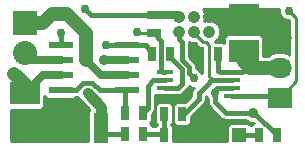
<source format=gtl>
%FSLAX46Y46*%
G04 Gerber Fmt 4.6, Leading zero omitted, Abs format (unit mm)*
G04 Created by KiCad (PCBNEW (2014-08-05 BZR 5054)-product) date 06/11/2014 16:14:12*
%MOMM*%
G01*
G04 APERTURE LIST*
%ADD10C,0.100000*%
%ADD11R,2.499360X1.950720*%
%ADD12R,0.635000X1.143000*%
%ADD13R,1.198880X1.198880*%
%ADD14R,1.470660X0.419100*%
%ADD15R,2.032000X1.727200*%
%ADD16O,2.032000X1.727200*%
%ADD17C,1.066800*%
%ADD18R,2.032000X2.032000*%
%ADD19O,2.032000X2.032000*%
%ADD20R,1.998980X0.599440*%
%ADD21R,1.143000X0.635000*%
%ADD22R,1.270000X2.540000*%
%ADD23C,0.889000*%
%ADD24C,0.762000*%
%ADD25C,0.635000*%
%ADD26C,0.381000*%
%ADD27C,1.143000*%
%ADD28C,0.254000*%
%ADD29C,0.889000*%
G04 APERTURE END LIST*
D10*
D11*
X146050000Y-103759000D03*
X146050000Y-106807000D03*
X164592000Y-100203000D03*
X164592000Y-97155000D03*
D12*
X162433000Y-100457000D03*
X160909000Y-100457000D03*
X157861000Y-107315000D03*
X159385000Y-107315000D03*
D13*
X164244020Y-107315000D03*
X162145980Y-107315000D03*
D14*
X157982920Y-102674420D03*
X157982920Y-103319580D03*
X157982920Y-103972360D03*
X157982920Y-102021640D03*
X163581080Y-103972360D03*
X163581080Y-103319580D03*
X163581080Y-102674420D03*
X163581080Y-102021640D03*
D15*
X167640000Y-104140000D03*
D16*
X167640000Y-101600000D03*
X167640000Y-99060000D03*
D17*
X159131000Y-98552000D03*
X159131000Y-97282000D03*
X160401000Y-98552000D03*
X160401000Y-97282000D03*
X161671000Y-98552000D03*
X161671000Y-97282000D03*
D18*
X146050000Y-97790000D03*
D19*
X146050000Y-100330000D03*
D20*
X154686000Y-103505000D03*
X154686000Y-102235000D03*
X154686000Y-100965000D03*
X154686000Y-99695000D03*
X149098000Y-99695000D03*
X149098000Y-100965000D03*
X149098000Y-102235000D03*
X149098000Y-103505000D03*
D12*
X167386000Y-107315000D03*
X165862000Y-107315000D03*
D21*
X156972000Y-98679000D03*
X156972000Y-97155000D03*
D12*
X157861000Y-105537000D03*
X159385000Y-105537000D03*
X154559000Y-105410000D03*
X156083000Y-105410000D03*
X154559000Y-107188000D03*
X156083000Y-107188000D03*
D22*
X149479000Y-106680000D03*
X152527000Y-106680000D03*
D12*
X158369000Y-100457000D03*
X156845000Y-100457000D03*
D23*
X165354000Y-105410000D03*
X145161000Y-102108000D03*
D24*
X151130000Y-96647000D03*
X159639000Y-104013000D03*
X161671000Y-105791000D03*
X160655000Y-105918000D03*
X151003000Y-106172000D03*
X151003000Y-105156000D03*
X147955000Y-106172000D03*
X148082000Y-105283000D03*
X160909000Y-101473000D03*
X164592000Y-98552000D03*
X155575000Y-98552000D03*
X168402000Y-96774000D03*
X162179000Y-103759000D03*
X160401000Y-102489000D03*
D23*
X151384000Y-103759000D03*
X152781000Y-100965000D03*
D24*
X149098000Y-98679000D03*
X152908000Y-99695000D03*
D25*
X159004000Y-97155000D02*
X159131000Y-97282000D01*
X156972000Y-97155000D02*
X159004000Y-97155000D01*
D26*
X164424360Y-102021640D02*
X164592000Y-101854000D01*
X164592000Y-101854000D02*
X164592000Y-100203000D01*
X163581080Y-102021640D02*
X164424360Y-102021640D01*
X162600640Y-102021640D02*
X162433000Y-101854000D01*
X163581080Y-102021640D02*
X162600640Y-102021640D01*
D27*
X164592000Y-101092000D02*
X164592000Y-100203000D01*
X165100000Y-101600000D02*
X164592000Y-101092000D01*
X167640000Y-101600000D02*
X165100000Y-101600000D01*
D25*
X147574000Y-102235000D02*
X146050000Y-103759000D01*
X149098000Y-102235000D02*
X147574000Y-102235000D01*
D27*
X146050000Y-102997000D02*
X146050000Y-103759000D01*
X145161000Y-102108000D02*
X146050000Y-102997000D01*
D26*
X162433000Y-101600000D02*
X162433000Y-100457000D01*
X162433000Y-101854000D02*
X162600640Y-102021640D01*
X162433000Y-101600000D02*
X162433000Y-101854000D01*
X152908000Y-97155000D02*
X151638000Y-97155000D01*
X151638000Y-97155000D02*
X151130000Y-96647000D01*
X156972000Y-97155000D02*
X152908000Y-97155000D01*
D25*
X164465000Y-97028000D02*
X164592000Y-97155000D01*
X167640000Y-97790000D02*
X167005000Y-97155000D01*
X167005000Y-97155000D02*
X164592000Y-97155000D01*
X167640000Y-99060000D02*
X167640000Y-97790000D01*
X164465000Y-97282000D02*
X164592000Y-97155000D01*
X161671000Y-97282000D02*
X164465000Y-97282000D01*
D26*
X159598360Y-103972360D02*
X159639000Y-104013000D01*
X157982920Y-103972360D02*
X159598360Y-103972360D01*
D25*
X162145980Y-106265980D02*
X161671000Y-105791000D01*
X162145980Y-107315000D02*
X162145980Y-106265980D01*
X160655000Y-107315000D02*
X162145980Y-107315000D01*
X159385000Y-107315000D02*
X160655000Y-107315000D01*
X160655000Y-107315000D02*
X160655000Y-105918000D01*
X150495000Y-106680000D02*
X151003000Y-106172000D01*
X151003000Y-105156000D02*
X149733000Y-105156000D01*
X149733000Y-105156000D02*
X149479000Y-105410000D01*
X149479000Y-106680000D02*
X150495000Y-106680000D01*
X147320000Y-106807000D02*
X147955000Y-106172000D01*
X148082000Y-105283000D02*
X149479000Y-106680000D01*
X146050000Y-106807000D02*
X147320000Y-106807000D01*
X160909000Y-100457000D02*
X160909000Y-101473000D01*
X164592000Y-97155000D02*
X164592000Y-98552000D01*
D26*
X157861000Y-105537000D02*
X157861000Y-107315000D01*
X157734000Y-107188000D02*
X157861000Y-107315000D01*
X156083000Y-107188000D02*
X157734000Y-107188000D01*
X165862000Y-107315000D02*
X164244020Y-107315000D01*
X156913580Y-102674420D02*
X156464000Y-103124000D01*
X156464000Y-103124000D02*
X156464000Y-105029000D01*
X156464000Y-105029000D02*
X156083000Y-105410000D01*
X157982920Y-102674420D02*
X156913580Y-102674420D01*
X159062420Y-103319580D02*
X157982920Y-103319580D01*
X159385000Y-102997000D02*
X159062420Y-103319580D01*
X159385000Y-101727000D02*
X159385000Y-102997000D01*
X158369000Y-100457000D02*
X158369000Y-100584000D01*
X159385000Y-101727000D02*
X158369000Y-100711000D01*
X159385000Y-101727000D02*
X159385000Y-101727000D01*
X157607000Y-101854000D02*
X157607000Y-99314000D01*
X157774640Y-102021640D02*
X157607000Y-101854000D01*
X157982920Y-102021640D02*
X157774640Y-102021640D01*
X157607000Y-99314000D02*
X156972000Y-98679000D01*
D28*
X155702000Y-98679000D02*
X156972000Y-98679000D01*
X155575000Y-98552000D02*
X155702000Y-98679000D01*
D26*
X167472360Y-103972360D02*
X167640000Y-104140000D01*
X163581080Y-103972360D02*
X167472360Y-103972360D01*
D28*
X169037000Y-102743000D02*
X169037000Y-97409000D01*
X169037000Y-97409000D02*
X168402000Y-96774000D01*
X167640000Y-104140000D02*
X169037000Y-102743000D01*
D26*
X162179000Y-103759000D02*
X162179000Y-104521000D01*
X162179000Y-104521000D02*
X163068000Y-105410000D01*
X163068000Y-105410000D02*
X165354000Y-105410000D01*
X162364420Y-103319580D02*
X162179000Y-103505000D01*
X162179000Y-103505000D02*
X162179000Y-103759000D01*
X163581080Y-103319580D02*
X162364420Y-103319580D01*
X165481000Y-105410000D02*
X167386000Y-107315000D01*
X165354000Y-105410000D02*
X165481000Y-105410000D01*
X159956500Y-102044500D02*
X160401000Y-102489000D01*
X159956500Y-101536500D02*
X159956500Y-101854000D01*
X159131000Y-98552000D02*
X159131000Y-99187000D01*
X159385000Y-100965000D02*
X159956500Y-101536500D01*
X159385000Y-99441000D02*
X159385000Y-100965000D01*
X159131000Y-99187000D02*
X159385000Y-99441000D01*
X159956500Y-101854000D02*
X159956500Y-102044500D01*
X160782000Y-103759000D02*
X161544000Y-102997000D01*
X161544000Y-102997000D02*
X161544000Y-102997000D01*
X161544000Y-102997000D02*
X161866580Y-102674420D01*
X161983420Y-102674420D02*
X163581080Y-102674420D01*
X161866580Y-102674420D02*
X161983420Y-102674420D01*
X159385000Y-105537000D02*
X159385000Y-105537000D01*
D28*
X161798000Y-102489000D02*
X161983420Y-102674420D01*
X160401000Y-98679000D02*
X161036000Y-99314000D01*
X160401000Y-98552000D02*
X160401000Y-98679000D01*
D26*
X159512000Y-105537000D02*
X159385000Y-105537000D01*
X159512000Y-105537000D02*
X159385000Y-105537000D01*
X160782000Y-104267000D02*
X159512000Y-105537000D01*
X160782000Y-103759000D02*
X160782000Y-104267000D01*
D28*
X161417000Y-99441000D02*
X161671000Y-99695000D01*
X161671000Y-99695000D02*
X161671000Y-102362000D01*
X161671000Y-102362000D02*
X161798000Y-102489000D01*
X161163000Y-99441000D02*
X161417000Y-99441000D01*
X161036000Y-99314000D02*
X161163000Y-99441000D01*
D27*
X151257000Y-100965000D02*
X151257000Y-100203000D01*
X151257000Y-100203000D02*
X151257000Y-98679000D01*
X151257000Y-98679000D02*
X150939500Y-98361500D01*
X147574000Y-97790000D02*
X146050000Y-97790000D01*
D25*
X154686000Y-102235000D02*
X153416000Y-102235000D01*
D27*
X149606000Y-97028000D02*
X148336000Y-97028000D01*
X148336000Y-97028000D02*
X147574000Y-97790000D01*
X150939500Y-98361500D02*
X149606000Y-97028000D01*
D25*
X152527000Y-102235000D02*
X151257000Y-100965000D01*
X153416000Y-102235000D02*
X152527000Y-102235000D01*
X146685000Y-100965000D02*
X146050000Y-100330000D01*
X149098000Y-100965000D02*
X146685000Y-100965000D01*
D26*
X154559000Y-103632000D02*
X154559000Y-105410000D01*
X154686000Y-103505000D02*
X154559000Y-103632000D01*
X153035000Y-103505000D02*
X154686000Y-103505000D01*
X149098000Y-103505000D02*
X150368000Y-103505000D01*
X151003000Y-102870000D02*
X151765000Y-102870000D01*
X151765000Y-102870000D02*
X152400000Y-103505000D01*
X152400000Y-103505000D02*
X153035000Y-103505000D01*
X150368000Y-103505000D02*
X151003000Y-102870000D01*
X153035000Y-107188000D02*
X152527000Y-106680000D01*
X154559000Y-107188000D02*
X153035000Y-107188000D01*
D25*
X154686000Y-100965000D02*
X152781000Y-100965000D01*
D29*
X152527000Y-104902000D02*
X152527000Y-106680000D01*
X151384000Y-103759000D02*
X152527000Y-104902000D01*
D26*
X156337000Y-99695000D02*
X156845000Y-100457000D01*
X154686000Y-99695000D02*
X156337000Y-99695000D01*
X152908000Y-99695000D02*
X154686000Y-99695000D01*
X149098000Y-99695000D02*
X149098000Y-98679000D01*
D28*
G36*
X151538533Y-105152809D02*
X151525938Y-105165405D01*
X151460200Y-105324109D01*
X151460200Y-105495890D01*
X151460200Y-107823000D01*
X144907000Y-107823000D01*
X144907000Y-105166160D01*
X147385570Y-105166160D01*
X147544275Y-105100423D01*
X147665742Y-104978955D01*
X147731480Y-104820251D01*
X147731480Y-104648470D01*
X147731480Y-104046980D01*
X147732447Y-104049315D01*
X147853915Y-104170782D01*
X148012619Y-104236520D01*
X148184400Y-104236520D01*
X150183380Y-104236520D01*
X150342085Y-104170783D01*
X150389928Y-104122939D01*
X150571310Y-104086858D01*
X150574403Y-104094345D01*
X150574404Y-104094346D01*
X150640676Y-104254736D01*
X150764361Y-104378637D01*
X150764362Y-104378638D01*
X150764394Y-104378670D01*
X150886968Y-104501458D01*
X150887333Y-104501609D01*
X151538533Y-105152809D01*
X151538533Y-105152809D01*
G37*
X151538533Y-105152809D02*
X151525938Y-105165405D01*
X151460200Y-105324109D01*
X151460200Y-105495890D01*
X151460200Y-107823000D01*
X144907000Y-107823000D01*
X144907000Y-105166160D01*
X147385570Y-105166160D01*
X147544275Y-105100423D01*
X147665742Y-104978955D01*
X147731480Y-104820251D01*
X147731480Y-104648470D01*
X147731480Y-104046980D01*
X147732447Y-104049315D01*
X147853915Y-104170782D01*
X148012619Y-104236520D01*
X148184400Y-104236520D01*
X150183380Y-104236520D01*
X150342085Y-104170783D01*
X150389928Y-104122939D01*
X150571310Y-104086858D01*
X150574403Y-104094345D01*
X150574404Y-104094346D01*
X150640676Y-104254736D01*
X150764361Y-104378637D01*
X150764362Y-104378638D01*
X150764394Y-104378670D01*
X150886968Y-104501458D01*
X150887333Y-104501609D01*
X151538533Y-105152809D01*
G36*
X161112200Y-102081801D02*
X161090460Y-102029187D01*
X160862016Y-101800343D01*
X160578800Y-101682741D01*
X160578800Y-101536505D01*
X160578800Y-101536500D01*
X160578801Y-101536500D01*
X160531430Y-101298356D01*
X160396533Y-101096467D01*
X160007300Y-100707234D01*
X160007300Y-99441000D01*
X160005700Y-99432960D01*
X160208168Y-99517032D01*
X160448979Y-99517242D01*
X160640869Y-99709132D01*
X160640872Y-99709134D01*
X160767869Y-99836131D01*
X160949156Y-99957264D01*
X160949157Y-99957264D01*
X161112200Y-99989695D01*
X161112200Y-102081801D01*
X161112200Y-102081801D01*
G37*
X161112200Y-102081801D02*
X161090460Y-102029187D01*
X160862016Y-101800343D01*
X160578800Y-101682741D01*
X160578800Y-101536505D01*
X160578800Y-101536500D01*
X160578801Y-101536500D01*
X160531430Y-101298356D01*
X160396533Y-101096467D01*
X160007300Y-100707234D01*
X160007300Y-99441000D01*
X160005700Y-99432960D01*
X160208168Y-99517032D01*
X160448979Y-99517242D01*
X160640869Y-99709132D01*
X160640872Y-99709134D01*
X160767869Y-99836131D01*
X160949156Y-99957264D01*
X160949157Y-99957264D01*
X161112200Y-99989695D01*
X161112200Y-102081801D01*
G36*
X165502634Y-106311700D02*
X165458610Y-106311700D01*
X165299905Y-106377437D01*
X165207950Y-106469392D01*
X165088055Y-106349498D01*
X164929351Y-106283760D01*
X164757570Y-106283760D01*
X163558690Y-106283760D01*
X163399985Y-106349497D01*
X163278518Y-106470965D01*
X163212780Y-106629669D01*
X163212780Y-106801450D01*
X163212780Y-107823000D01*
X158610300Y-107823000D01*
X158610300Y-107800610D01*
X158610300Y-106657610D01*
X158544563Y-106498905D01*
X158483300Y-106437642D01*
X158483300Y-106414357D01*
X158544562Y-106353095D01*
X158610300Y-106194391D01*
X158610300Y-106022610D01*
X158610300Y-104879610D01*
X158544563Y-104720905D01*
X158423095Y-104599438D01*
X158264391Y-104533700D01*
X158092610Y-104533700D01*
X157457610Y-104533700D01*
X157298905Y-104599437D01*
X157177438Y-104720905D01*
X157111700Y-104879609D01*
X157111700Y-105051390D01*
X157111700Y-106194390D01*
X157177437Y-106353095D01*
X157238700Y-106414357D01*
X157238700Y-106437642D01*
X157177438Y-106498905D01*
X157149770Y-106565700D01*
X156832300Y-106565700D01*
X156832300Y-106530610D01*
X156766563Y-106371905D01*
X156693657Y-106299000D01*
X156766562Y-106226095D01*
X156832300Y-106067391D01*
X156832300Y-105895610D01*
X156832300Y-105540765D01*
X156904029Y-105469035D01*
X156904032Y-105469033D01*
X156904033Y-105469033D01*
X157038930Y-105267144D01*
X157086300Y-105029000D01*
X157086300Y-103929698D01*
X157161699Y-103960930D01*
X157333480Y-103960930D01*
X158804140Y-103960930D01*
X158850131Y-103941880D01*
X159062414Y-103941880D01*
X159062420Y-103941881D01*
X159062420Y-103941880D01*
X159300564Y-103894510D01*
X159502453Y-103759613D01*
X159825033Y-103437033D01*
X159959930Y-103235144D01*
X159968970Y-103189693D01*
X160238615Y-103301659D01*
X160359169Y-103301764D01*
X160341967Y-103318967D01*
X160207070Y-103520856D01*
X160159699Y-103759000D01*
X160159700Y-103759005D01*
X160159700Y-104009234D01*
X159635234Y-104533700D01*
X159616610Y-104533700D01*
X158981610Y-104533700D01*
X158822905Y-104599437D01*
X158701438Y-104720905D01*
X158635700Y-104879609D01*
X158635700Y-105051390D01*
X158635700Y-106194390D01*
X158701437Y-106353095D01*
X158822905Y-106474562D01*
X158981609Y-106540300D01*
X159153390Y-106540300D01*
X159788390Y-106540300D01*
X159947095Y-106474563D01*
X160068562Y-106353095D01*
X160134300Y-106194391D01*
X160134300Y-106022610D01*
X160134300Y-105794765D01*
X161222029Y-104707035D01*
X161222032Y-104707033D01*
X161222033Y-104707033D01*
X161356930Y-104505144D01*
X161404300Y-104267000D01*
X161404300Y-104016765D01*
X161405542Y-104015523D01*
X161489540Y-104218813D01*
X161556700Y-104286090D01*
X161556700Y-104520994D01*
X161556699Y-104521000D01*
X161604070Y-104759144D01*
X161738967Y-104961033D01*
X162627964Y-105850029D01*
X162627967Y-105850033D01*
X162627968Y-105850033D01*
X162829856Y-105984930D01*
X163068000Y-106032301D01*
X163068000Y-106032300D01*
X163068005Y-106032300D01*
X164737019Y-106032300D01*
X164856968Y-106152458D01*
X165178928Y-106286148D01*
X165477342Y-106286408D01*
X165502634Y-106311700D01*
X165502634Y-106311700D01*
G37*
X165502634Y-106311700D02*
X165458610Y-106311700D01*
X165299905Y-106377437D01*
X165207950Y-106469392D01*
X165088055Y-106349498D01*
X164929351Y-106283760D01*
X164757570Y-106283760D01*
X163558690Y-106283760D01*
X163399985Y-106349497D01*
X163278518Y-106470965D01*
X163212780Y-106629669D01*
X163212780Y-106801450D01*
X163212780Y-107823000D01*
X158610300Y-107823000D01*
X158610300Y-107800610D01*
X158610300Y-106657610D01*
X158544563Y-106498905D01*
X158483300Y-106437642D01*
X158483300Y-106414357D01*
X158544562Y-106353095D01*
X158610300Y-106194391D01*
X158610300Y-106022610D01*
X158610300Y-104879610D01*
X158544563Y-104720905D01*
X158423095Y-104599438D01*
X158264391Y-104533700D01*
X158092610Y-104533700D01*
X157457610Y-104533700D01*
X157298905Y-104599437D01*
X157177438Y-104720905D01*
X157111700Y-104879609D01*
X157111700Y-105051390D01*
X157111700Y-106194390D01*
X157177437Y-106353095D01*
X157238700Y-106414357D01*
X157238700Y-106437642D01*
X157177438Y-106498905D01*
X157149770Y-106565700D01*
X156832300Y-106565700D01*
X156832300Y-106530610D01*
X156766563Y-106371905D01*
X156693657Y-106299000D01*
X156766562Y-106226095D01*
X156832300Y-106067391D01*
X156832300Y-105895610D01*
X156832300Y-105540765D01*
X156904029Y-105469035D01*
X156904032Y-105469033D01*
X156904033Y-105469033D01*
X157038930Y-105267144D01*
X157086300Y-105029000D01*
X157086300Y-103929698D01*
X157161699Y-103960930D01*
X157333480Y-103960930D01*
X158804140Y-103960930D01*
X158850131Y-103941880D01*
X159062414Y-103941880D01*
X159062420Y-103941881D01*
X159062420Y-103941880D01*
X159300564Y-103894510D01*
X159502453Y-103759613D01*
X159825033Y-103437033D01*
X159959930Y-103235144D01*
X159968970Y-103189693D01*
X160238615Y-103301659D01*
X160359169Y-103301764D01*
X160341967Y-103318967D01*
X160207070Y-103520856D01*
X160159699Y-103759000D01*
X160159700Y-103759005D01*
X160159700Y-104009234D01*
X159635234Y-104533700D01*
X159616610Y-104533700D01*
X158981610Y-104533700D01*
X158822905Y-104599437D01*
X158701438Y-104720905D01*
X158635700Y-104879609D01*
X158635700Y-105051390D01*
X158635700Y-106194390D01*
X158701437Y-106353095D01*
X158822905Y-106474562D01*
X158981609Y-106540300D01*
X159153390Y-106540300D01*
X159788390Y-106540300D01*
X159947095Y-106474563D01*
X160068562Y-106353095D01*
X160134300Y-106194391D01*
X160134300Y-106022610D01*
X160134300Y-105794765D01*
X161222029Y-104707035D01*
X161222032Y-104707033D01*
X161222033Y-104707033D01*
X161356930Y-104505144D01*
X161404300Y-104267000D01*
X161404300Y-104016765D01*
X161405542Y-104015523D01*
X161489540Y-104218813D01*
X161556700Y-104286090D01*
X161556700Y-104520994D01*
X161556699Y-104521000D01*
X161604070Y-104759144D01*
X161738967Y-104961033D01*
X162627964Y-105850029D01*
X162627967Y-105850033D01*
X162627968Y-105850033D01*
X162829856Y-105984930D01*
X163068000Y-106032301D01*
X163068000Y-106032300D01*
X163068005Y-106032300D01*
X164737019Y-106032300D01*
X164856968Y-106152458D01*
X165178928Y-106286148D01*
X165477342Y-106286408D01*
X165502634Y-106311700D01*
G36*
X168478200Y-100511256D02*
X168316492Y-100403206D01*
X167820764Y-100304600D01*
X167459236Y-100304600D01*
X166963508Y-100403206D01*
X166673924Y-100596700D01*
X166273480Y-100596700D01*
X166273480Y-99141750D01*
X166207743Y-98983045D01*
X166086275Y-98861578D01*
X165927571Y-98795840D01*
X165755790Y-98795840D01*
X163256430Y-98795840D01*
X163097725Y-98861577D01*
X162976258Y-98983045D01*
X162910520Y-99141749D01*
X162910520Y-99313530D01*
X162910520Y-99484405D01*
X162836391Y-99453700D01*
X162664610Y-99453700D01*
X162168918Y-99453700D01*
X162135884Y-99404261D01*
X162217027Y-99370734D01*
X162488779Y-99099456D01*
X162636032Y-98744832D01*
X162636367Y-98360852D01*
X162489734Y-98005973D01*
X162218456Y-97734221D01*
X161863832Y-97586968D01*
X161479852Y-97586633D01*
X161286420Y-97666557D01*
X161366032Y-97474832D01*
X161366367Y-97090852D01*
X161219734Y-96735973D01*
X161130916Y-96647000D01*
X167589310Y-96647000D01*
X167589059Y-96934967D01*
X167712540Y-97233813D01*
X167940984Y-97462657D01*
X168239615Y-97586659D01*
X168424557Y-97586820D01*
X168478200Y-97640462D01*
X168478200Y-100511256D01*
X168478200Y-100511256D01*
G37*
X168478200Y-100511256D02*
X168316492Y-100403206D01*
X167820764Y-100304600D01*
X167459236Y-100304600D01*
X166963508Y-100403206D01*
X166673924Y-100596700D01*
X166273480Y-100596700D01*
X166273480Y-99141750D01*
X166207743Y-98983045D01*
X166086275Y-98861578D01*
X165927571Y-98795840D01*
X165755790Y-98795840D01*
X163256430Y-98795840D01*
X163097725Y-98861577D01*
X162976258Y-98983045D01*
X162910520Y-99141749D01*
X162910520Y-99313530D01*
X162910520Y-99484405D01*
X162836391Y-99453700D01*
X162664610Y-99453700D01*
X162168918Y-99453700D01*
X162135884Y-99404261D01*
X162217027Y-99370734D01*
X162488779Y-99099456D01*
X162636032Y-98744832D01*
X162636367Y-98360852D01*
X162489734Y-98005973D01*
X162218456Y-97734221D01*
X161863832Y-97586968D01*
X161479852Y-97586633D01*
X161286420Y-97666557D01*
X161366032Y-97474832D01*
X161366367Y-97090852D01*
X161219734Y-96735973D01*
X161130916Y-96647000D01*
X167589310Y-96647000D01*
X167589059Y-96934967D01*
X167712540Y-97233813D01*
X167940984Y-97462657D01*
X168239615Y-97586659D01*
X168424557Y-97586820D01*
X168478200Y-97640462D01*
X168478200Y-100511256D01*
M02*

</source>
